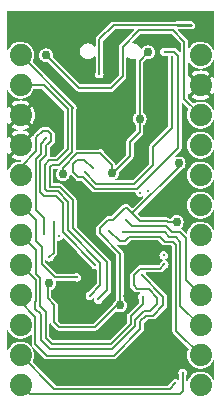
<source format=gbr>
%TF.GenerationSoftware,KiCad,Pcbnew,8.0.4*%
%TF.CreationDate,2024-10-20T10:17:19-04:00*%
%TF.ProjectId,ABSIS_Pro_Micro,41425349-535f-4507-926f-5f4d6963726f,rev?*%
%TF.SameCoordinates,Original*%
%TF.FileFunction,Copper,L2,Bot*%
%TF.FilePolarity,Positive*%
%FSLAX46Y46*%
G04 Gerber Fmt 4.6, Leading zero omitted, Abs format (unit mm)*
G04 Created by KiCad (PCBNEW 8.0.4) date 2024-10-20 10:17:19*
%MOMM*%
%LPD*%
G01*
G04 APERTURE LIST*
%TA.AperFunction,ComponentPad*%
%ADD10C,1.879600*%
%TD*%
%TA.AperFunction,ViaPad*%
%ADD11C,0.300000*%
%TD*%
%TA.AperFunction,ViaPad*%
%ADD12C,0.762000*%
%TD*%
%TA.AperFunction,Conductor*%
%ADD13C,0.203200*%
%TD*%
%TA.AperFunction,Conductor*%
%ADD14C,0.200000*%
%TD*%
%TA.AperFunction,Conductor*%
%ADD15C,0.250000*%
%TD*%
G04 APERTURE END LIST*
D10*
%TO.P,JP2,1,1*%
%TO.N,/RAW*%
X156121100Y-92303600D03*
%TO.P,JP2,2,2*%
%TO.N,GND*%
X156121100Y-94843600D03*
%TO.P,JP2,3,3*%
%TO.N,/RESET*%
X156121100Y-97383600D03*
%TO.P,JP2,4,4*%
%TO.N,+5V*%
X156121100Y-99923600D03*
%TO.P,JP2,5,5*%
%TO.N,/A3*%
X156121100Y-102463600D03*
%TO.P,JP2,6,6*%
%TO.N,/A2*%
X156121100Y-105003600D03*
%TO.P,JP2,7,7*%
%TO.N,/A1*%
X156121100Y-107543600D03*
%TO.P,JP2,8,8*%
%TO.N,/A0*%
X156121100Y-110083600D03*
%TO.P,JP2,9,9*%
%TO.N,/SCK*%
X156121100Y-112623600D03*
%TO.P,JP2,10,10*%
%TO.N,/MISO*%
X156121100Y-115163600D03*
%TO.P,JP2,11,11*%
%TO.N,/MOSI*%
X156121100Y-117703600D03*
%TO.P,JP2,12,12*%
%TO.N,/D10*%
X156121100Y-120243600D03*
%TD*%
%TO.P,JP1,1,1*%
%TO.N,/D9*%
X140881100Y-120243600D03*
%TO.P,JP1,2,2*%
%TO.N,/D8*%
X140881100Y-117703600D03*
%TO.P,JP1,3,3*%
%TO.N,/D7*%
X140881100Y-115163600D03*
%TO.P,JP1,4,4*%
%TO.N,/D6*%
X140881100Y-112623600D03*
%TO.P,JP1,5,5*%
%TO.N,/D5*%
X140881100Y-110083600D03*
%TO.P,JP1,6,6*%
%TO.N,/D4*%
X140881100Y-107543600D03*
%TO.P,JP1,7,7*%
%TO.N,/D3*%
X140881100Y-105003600D03*
%TO.P,JP1,8,8*%
%TO.N,/D2*%
X140881100Y-102463600D03*
%TO.P,JP1,9,9*%
%TO.N,GND*%
X140881100Y-99923600D03*
%TO.P,JP1,10,10*%
X140881100Y-97383600D03*
%TO.P,JP1,11,11*%
%TO.N,/RXI*%
X140881100Y-94843600D03*
%TO.P,JP1,12,12*%
%TO.N,/TXO*%
X140881100Y-92303600D03*
%TD*%
D11*
%TO.N,GND*%
X155008578Y-98661219D03*
X151310000Y-99610000D03*
X145618200Y-91211400D03*
X146090000Y-119520000D03*
X142830000Y-96180000D03*
X151720000Y-115070000D03*
X154760000Y-97200000D03*
X148230000Y-97420000D03*
X142790000Y-89580000D03*
X149160000Y-114480000D03*
X145190000Y-118380000D03*
X139979400Y-91109800D03*
X145170000Y-114550000D03*
X148480000Y-104500000D03*
X149600000Y-119360000D03*
X148666200Y-109397800D03*
X148030000Y-105090000D03*
X150520400Y-89001600D03*
X148107400Y-108813600D03*
X146440000Y-89380000D03*
X153570000Y-110270000D03*
X148760000Y-112250000D03*
X148700000Y-118390000D03*
X149670000Y-112670000D03*
X145610000Y-95850000D03*
X151420000Y-119340000D03*
X153460000Y-105650000D03*
X142880000Y-97220000D03*
X153370000Y-108900000D03*
X150500000Y-102000000D03*
X145400000Y-119310000D03*
X155371800Y-90678000D03*
X146510000Y-90450000D03*
X147800000Y-115750000D03*
X144068800Y-111860000D03*
X142850000Y-96720000D03*
X146278600Y-114782600D03*
X147450000Y-105590000D03*
X148220000Y-95620000D03*
X154510000Y-102830000D03*
X148767800Y-110413800D03*
X155600400Y-88950800D03*
X142870000Y-97800000D03*
X147091400Y-92938600D03*
X145980000Y-99790000D03*
X143090000Y-118500000D03*
D12*
%TO.N,/RESET*%
X143040100Y-92303600D03*
D11*
%TO.N,/MOSI*%
X148374100Y-107162600D03*
%TO.N,/MISO*%
X149567900Y-107264200D03*
%TO.N,/SCK*%
X149771100Y-106273600D03*
%TO.N,/TXO*%
X147465147Y-112984853D03*
%TO.N,/RXI*%
X146742541Y-112649436D03*
%TO.N,/D2*%
X147194998Y-110075642D03*
%TO.N,/D3*%
X145633446Y-111107216D03*
%TO.N,/D4*%
X151208740Y-112753141D03*
%TO.N,/D5*%
X153063981Y-110013981D03*
%TO.N,/D6*%
X151168100Y-110917707D03*
%TO.N,/D7*%
X142841978Y-107430000D03*
X143070000Y-99350000D03*
%TO.N,/D8*%
X154000200Y-120080000D03*
%TO.N,/D9*%
X154610150Y-119189850D03*
%TO.N,/A5*%
X151012235Y-103945766D03*
%TO.N,/A4*%
X151653277Y-103784159D03*
%TO.N,/D13*%
X153000000Y-109240000D03*
%TO.N,/D14*%
X143675100Y-106400000D03*
X143327115Y-109410500D03*
%TO.N,/D+*%
X153708100Y-92430000D03*
X146319096Y-102213389D03*
%TO.N,/D-*%
X146999959Y-101866704D03*
X153070000Y-92020000D03*
D12*
%TO.N,+5V*%
X150964900Y-97688400D03*
X148623021Y-102280719D03*
X144452340Y-102389941D03*
X151676100Y-92049600D03*
X143306800Y-111617760D03*
X149299931Y-113491007D03*
X154096718Y-106433619D03*
X154264362Y-101455222D03*
D11*
X147609981Y-100609438D03*
%TO.N,Net-(C1-+)*%
X147548600Y-93903800D03*
X155295600Y-89763600D03*
%TO.N,/D11*%
X144120000Y-107640000D03*
%TD*%
D13*
%TO.N,/RESET*%
X150914100Y-90195400D02*
X153758900Y-90195400D01*
X149542500Y-94081600D02*
X149542500Y-91567000D01*
X148551900Y-95072200D02*
X149542500Y-94081600D01*
X149542500Y-91567000D02*
X150914100Y-90195400D01*
X154762200Y-91198700D02*
X154762200Y-96024700D01*
X154762200Y-96024700D02*
X156121100Y-97383600D01*
X153758900Y-90195400D02*
X154762200Y-91198700D01*
X145808700Y-95072200D02*
X148551900Y-95072200D01*
X143040100Y-92303600D02*
X145808700Y-95072200D01*
%TO.N,/RAW*%
X156121100Y-91795600D02*
X156121100Y-92303600D01*
%TO.N,/MOSI*%
X149263100Y-108051600D02*
X149720300Y-108051600D01*
X154038300Y-109728000D02*
X154038300Y-115620800D01*
X154012900Y-108331000D02*
X154012900Y-109702600D01*
X153784300Y-108102400D02*
X154012900Y-108331000D01*
X153123900Y-108102400D02*
X153784300Y-108102400D01*
X154038300Y-115620800D02*
X156121100Y-117703600D01*
X148374100Y-107162600D02*
X149263100Y-108051600D01*
X152692100Y-107670600D02*
X153123900Y-108102400D01*
X150101300Y-107670600D02*
X152692100Y-107670600D01*
X154012900Y-109702600D02*
X154038300Y-109728000D01*
X149720300Y-108051600D02*
X150101300Y-107670600D01*
%TO.N,/MISO*%
X153073100Y-107289600D02*
X153479500Y-107696000D01*
X149593300Y-107289600D02*
X149567900Y-107264200D01*
X156044900Y-115163600D02*
X156121100Y-115163600D01*
X154419300Y-113538000D02*
X156044900Y-115163600D01*
X153479500Y-107696000D02*
X154012900Y-107696000D01*
X154012900Y-107696000D02*
X154419300Y-108102400D01*
X154419300Y-108102400D02*
X154419300Y-113538000D01*
X153073100Y-107289600D02*
X149593300Y-107289600D01*
%TO.N,/SCK*%
X149771100Y-106273600D02*
X150279100Y-106781600D01*
X154343100Y-107289600D02*
X154851100Y-107797600D01*
X153708100Y-107289600D02*
X154343100Y-107289600D01*
X153200100Y-106781600D02*
X153708100Y-107289600D01*
X154851100Y-111353600D02*
X156121100Y-112623600D01*
X150279100Y-106781600D02*
X153200100Y-106781600D01*
X154851100Y-107797600D02*
X154851100Y-111353600D01*
%TO.N,/TXO*%
X145326100Y-106946700D02*
X145326100Y-104576882D01*
X143334740Y-103385619D02*
X143334740Y-101795579D01*
X148229318Y-109849919D02*
X145326100Y-106946700D01*
X144139921Y-101597460D02*
X145277840Y-100459541D01*
X145326100Y-96748600D02*
X140881100Y-92303600D01*
X143334740Y-101795579D02*
X143532859Y-101597460D01*
X145277840Y-100459541D02*
X145277840Y-96796860D01*
X143400781Y-103451660D02*
X143334740Y-103385619D01*
X144200878Y-103451660D02*
X143400781Y-103451660D01*
X147465147Y-112984853D02*
X148229318Y-112220682D01*
X143532859Y-101597460D02*
X144139921Y-101597460D01*
X148229318Y-112220682D02*
X148229318Y-109849919D01*
X145277840Y-96796860D02*
X145326100Y-96748600D01*
X145326100Y-104576882D02*
X144200878Y-103451660D01*
%TO.N,/RXI*%
X142844518Y-94843600D02*
X140881100Y-94843600D01*
X142930878Y-103642160D02*
X143129000Y-103840282D01*
X143972281Y-101196141D02*
X144884140Y-100284282D01*
X143327118Y-101206300D02*
X142930878Y-101602541D01*
X142930878Y-103642160D02*
X142930878Y-101602541D01*
X144884140Y-96883222D02*
X142844518Y-94843600D01*
X143327118Y-101196141D02*
X143327118Y-101206300D01*
X143327118Y-101196141D02*
X143972281Y-101196141D01*
X144884140Y-96883222D02*
X144884140Y-100284282D01*
X143129000Y-103840282D02*
X143118840Y-103840282D01*
X147640040Y-109913419D02*
X144868900Y-107142279D01*
X146742541Y-112649436D02*
X147640040Y-111751937D01*
X144868900Y-107142279D02*
X144868900Y-104696263D01*
X147640040Y-111751937D02*
X147640040Y-109913419D01*
X144868900Y-104696263D02*
X144012918Y-103840282D01*
X144012918Y-103840282D02*
X143129000Y-103840282D01*
%TO.N,/D2*%
X143179416Y-99779400D02*
X143247864Y-99779400D01*
X142887700Y-104228900D02*
X142544800Y-103886000D01*
X143052800Y-99906016D02*
X143179416Y-99779400D01*
X142544800Y-101295200D02*
X143052800Y-100787200D01*
X142227300Y-100403660D02*
X140881100Y-101749860D01*
X142227300Y-99242700D02*
X142227300Y-100403660D01*
X142544800Y-103886000D02*
X142544800Y-101295200D01*
X143845281Y-104228900D02*
X142887700Y-104228900D01*
X147194998Y-110047498D02*
X144437100Y-107289600D01*
X143228800Y-98720000D02*
X142750000Y-98720000D01*
X142750000Y-98720000D02*
X142227300Y-99242700D01*
X144437100Y-104820719D02*
X143845281Y-104228900D01*
X144437100Y-107289600D02*
X144437100Y-104820719D01*
X143499400Y-99527864D02*
X143499400Y-98990600D01*
X147194998Y-110075642D02*
X147194998Y-110047498D01*
X143499400Y-98990600D02*
X143228800Y-98720000D01*
X140881100Y-101749860D02*
X140881100Y-102463600D01*
X143052800Y-100787200D02*
X143052800Y-99906016D01*
X143247864Y-99779400D02*
X143499400Y-99527864D01*
%TO.N,/D3*%
X142659100Y-109956600D02*
X142659100Y-108559600D01*
X143809716Y-111107216D02*
X142659100Y-109956600D01*
X145633446Y-111107216D02*
X143809716Y-111107216D01*
X142151100Y-108051600D02*
X142151100Y-106273600D01*
X142659100Y-108559600D02*
X142151100Y-108051600D01*
X142151100Y-106273600D02*
X140881100Y-105003600D01*
%TO.N,/D4*%
X150195281Y-114409219D02*
X150195281Y-115067082D01*
X148539203Y-116723160D02*
X143502381Y-116723160D01*
X143027400Y-116248179D02*
X143027400Y-114061241D01*
X151208740Y-112753141D02*
X151208740Y-113395760D01*
X142151100Y-108813600D02*
X140881100Y-107543600D01*
X143027400Y-114061241D02*
X142532100Y-113565941D01*
X150195281Y-115067082D02*
X148539203Y-116723160D01*
X142532100Y-113565941D02*
X142532100Y-111175800D01*
X151208740Y-113395760D02*
X150195281Y-114409219D01*
X142532100Y-111175800D02*
X142151100Y-110794800D01*
X143502381Y-116723160D02*
X143027400Y-116248179D01*
X142151100Y-110794800D02*
X142151100Y-108813600D01*
D14*
%TO.N,/D5*%
X153063981Y-110013981D02*
X152697180Y-110380782D01*
X152471118Y-112819182D02*
X152471118Y-113352582D01*
X142107918Y-113174782D02*
X142151100Y-113131600D01*
X142151100Y-111353600D02*
X140881100Y-110083600D01*
X150456900Y-110947200D02*
X150456900Y-111785400D01*
X142605759Y-114246660D02*
X142107918Y-113748819D01*
X142107918Y-113748819D02*
X142107918Y-113174782D01*
X143370300Y-117210841D02*
X142605759Y-116446300D01*
X151721818Y-112069882D02*
X152471118Y-112819182D01*
X152697180Y-110380782D02*
X151023318Y-110380782D01*
X150624540Y-114655600D02*
X150609300Y-114655600D01*
X148666200Y-117210841D02*
X143370300Y-117210841D01*
X151861518Y-113962182D02*
X151317959Y-113962182D01*
X150741381Y-112069882D02*
X151721818Y-112069882D01*
X151023318Y-110380782D02*
X150456900Y-110947200D01*
X142151100Y-113131600D02*
X142151100Y-111353600D01*
X151317959Y-113962182D02*
X150624540Y-114655600D01*
X150609300Y-114655600D02*
X150609300Y-115267741D01*
X152471118Y-113352582D02*
X151861518Y-113962182D01*
X150456900Y-111785400D02*
X150741381Y-112069882D01*
X142605759Y-116446300D02*
X142605759Y-114246660D01*
X150609300Y-115267741D02*
X148666200Y-117210841D01*
D13*
%TO.N,/D6*%
X151483059Y-114366041D02*
X151023318Y-114825782D01*
X142123159Y-114442241D02*
X140881100Y-113200182D01*
X151168100Y-110917707D02*
X152984200Y-112733807D01*
X151023318Y-115493800D02*
X148780500Y-117736619D01*
X143144240Y-117736619D02*
X142123159Y-116715538D01*
X140881100Y-113200182D02*
X140881100Y-112623600D01*
X152105359Y-114366041D02*
X151483059Y-114366041D01*
X148780500Y-117736619D02*
X143144240Y-117736619D01*
X152984200Y-112733807D02*
X152984200Y-113487200D01*
X142123159Y-116715538D02*
X142123159Y-114442241D01*
X151023318Y-114825782D02*
X151023318Y-115493800D01*
X152984200Y-113487200D02*
X152105359Y-114366041D01*
%TO.N,/D7*%
X142608300Y-99811700D02*
X142608300Y-100624641D01*
X143070000Y-99350000D02*
X142608300Y-99811700D01*
X142841978Y-106075478D02*
X142841978Y-107430000D01*
X142608300Y-100624641D02*
X142151100Y-101081841D01*
X142151100Y-105384600D02*
X142841978Y-106075478D01*
X142151100Y-101081841D02*
X142151100Y-105384600D01*
%TO.N,/D8*%
X143751300Y-120573800D02*
X140881100Y-117703600D01*
X154000200Y-120080000D02*
X153506400Y-120573800D01*
X153506400Y-120573800D02*
X143751300Y-120573800D01*
D14*
%TO.N,/D9*%
X154610150Y-119189850D02*
X154610150Y-120763950D01*
X154610150Y-120763950D02*
X154368500Y-121005600D01*
X154368500Y-121005600D02*
X141643100Y-121005600D01*
X141643100Y-121005600D02*
X140881100Y-120243600D01*
D13*
%TO.N,/D14*%
X143675100Y-106400000D02*
X143675100Y-109062515D01*
X143675100Y-109062515D02*
X143327115Y-109410500D01*
%TO.N,/D+*%
X150525481Y-103174800D02*
X150525481Y-103190041D01*
X153708100Y-98427541D02*
X152062181Y-100073460D01*
X152062181Y-100073460D02*
X152062181Y-101638100D01*
X152062181Y-101638100D02*
X150525481Y-103174800D01*
X153708100Y-92430000D02*
X153708100Y-98427541D01*
X146320823Y-102213389D02*
X146319096Y-102213389D01*
X150525481Y-103190041D02*
X147297475Y-103190041D01*
X147297475Y-103190041D02*
X146320823Y-102213389D01*
%TO.N,/D-*%
X153089400Y-92000600D02*
X153885964Y-92000600D01*
X145681700Y-101158041D02*
X145331181Y-101508560D01*
X154216100Y-100136960D02*
X150736300Y-103616760D01*
X145785840Y-102631241D02*
X145331181Y-102176582D01*
X154216100Y-92330736D02*
X154216100Y-100136960D01*
X146192240Y-102623622D02*
X145793459Y-102623622D01*
X153885964Y-92000600D02*
X154216100Y-92330736D01*
X146999959Y-101866704D02*
X146291296Y-101158041D01*
X147185378Y-103616760D02*
X146192240Y-102623622D01*
D14*
X145331181Y-102176582D02*
X145331181Y-101508560D01*
D13*
X153070000Y-92020000D02*
X153089400Y-92000600D01*
X145793459Y-102623622D02*
X145785840Y-102631241D01*
X146291296Y-101158041D02*
X145681700Y-101158041D01*
X150736300Y-103616760D02*
X147185378Y-103616760D01*
%TO.N,+5V*%
X150964900Y-92760800D02*
X151676100Y-92049600D01*
X150964900Y-98808541D02*
X150149559Y-99623882D01*
X151041100Y-97612200D02*
X150964900Y-97688400D01*
X150149559Y-100863400D02*
X148732240Y-102280719D01*
X150964900Y-97688400D02*
X150964900Y-92760800D01*
X150964900Y-97688400D02*
X150964900Y-98808541D01*
X150149559Y-99623882D02*
X150149559Y-100863400D01*
X148732240Y-102280719D02*
X148623021Y-102280719D01*
X154096718Y-106433619D02*
X153365200Y-106433619D01*
X153365200Y-106433619D02*
X153276300Y-106344719D01*
X153276300Y-106344719D02*
X150985218Y-106344719D01*
X144155159Y-115323619D02*
X143725900Y-114894360D01*
X143725900Y-113441482D02*
X143167100Y-112882682D01*
X143167100Y-112882682D02*
X143167100Y-111757460D01*
X143725900Y-114894360D02*
X143725900Y-113441482D01*
X143167100Y-111757460D02*
X143306800Y-111617760D01*
X150985218Y-106344719D02*
X150342600Y-105702100D01*
X149870159Y-105229660D02*
X149692362Y-105229660D01*
X147581618Y-106961941D02*
X147581618Y-107375960D01*
X154264362Y-101455222D02*
X154264362Y-101780338D01*
X147581618Y-107375960D02*
X149308818Y-109103160D01*
X149017993Y-113491007D02*
X149299931Y-113491007D01*
X149308818Y-113482119D02*
X149308818Y-113482119D01*
X149308818Y-113482119D02*
X149299931Y-113491007D01*
X154264362Y-101780338D02*
X150342600Y-105702100D01*
X150342600Y-105702100D02*
X149870159Y-105229660D01*
X148694140Y-106227882D02*
X148315678Y-106227882D01*
X148315678Y-106227882D02*
X147581618Y-106961941D01*
X144155159Y-115323619D02*
X147185381Y-115323619D01*
X149308818Y-109103160D02*
X149308818Y-113482119D01*
X149692362Y-105229660D02*
X148694140Y-106227882D01*
X147185381Y-115323619D02*
X149017993Y-113491007D01*
X144452340Y-102389941D02*
X144452340Y-101831141D01*
X144452340Y-101831141D02*
X145674043Y-100609438D01*
X148623021Y-101622478D02*
X148623021Y-102280719D01*
X147609981Y-100609438D02*
X148623021Y-101622478D01*
X145674043Y-100609438D02*
X147609981Y-100609438D01*
%TO.N,Net-(C1-+)*%
X148755100Y-89763600D02*
X154089100Y-89763600D01*
X148755100Y-89763600D02*
X147548600Y-90970100D01*
X147548600Y-90970100D02*
X147548600Y-93903800D01*
D15*
X154089100Y-89763600D02*
X155295600Y-89763600D01*
%TD*%
%TA.AperFunction,Conductor*%
%TO.N,GND*%
G36*
X152583947Y-107994206D02*
G01*
X152936435Y-108346695D01*
X152936444Y-108346702D01*
X153006050Y-108386890D01*
X153006054Y-108386891D01*
X153006058Y-108386894D01*
X153006061Y-108386894D01*
X153006064Y-108386896D01*
X153016461Y-108389681D01*
X153026864Y-108392468D01*
X153083707Y-108407700D01*
X153631953Y-108407700D01*
X153676147Y-108426006D01*
X153689294Y-108439153D01*
X153707600Y-108483347D01*
X153707600Y-109742798D01*
X153723785Y-109803195D01*
X153723785Y-109803196D01*
X153729466Y-109824397D01*
X153729125Y-109824488D01*
X153733000Y-109843963D01*
X153733000Y-115660991D01*
X153733001Y-115660999D01*
X153753659Y-115738096D01*
X153753660Y-115738096D01*
X153753661Y-115738100D01*
X153753806Y-115738641D01*
X153770845Y-115768154D01*
X153794001Y-115808260D01*
X153794004Y-115808264D01*
X155092992Y-117107252D01*
X155111298Y-117151446D01*
X155104746Y-117179304D01*
X155050251Y-117288746D01*
X154992255Y-117492577D01*
X154992253Y-117492589D01*
X154972701Y-117703595D01*
X154972701Y-117703604D01*
X154992253Y-117914610D01*
X154992255Y-117914622D01*
X155028475Y-118041919D01*
X155050250Y-118118450D01*
X155144711Y-118308154D01*
X155272423Y-118477271D01*
X155429034Y-118620041D01*
X155429033Y-118620041D01*
X155609211Y-118731603D01*
X155609213Y-118731604D01*
X155609215Y-118731605D01*
X155806826Y-118808160D01*
X156015139Y-118847100D01*
X156015142Y-118847100D01*
X156227058Y-118847100D01*
X156227061Y-118847100D01*
X156435374Y-118808160D01*
X156632985Y-118731605D01*
X156813165Y-118620042D01*
X156969777Y-118477271D01*
X157097489Y-118308154D01*
X157170552Y-118161422D01*
X157206638Y-118130021D01*
X157254358Y-118133333D01*
X157285760Y-118169419D01*
X157289000Y-118189281D01*
X157289000Y-119757918D01*
X157270694Y-119802112D01*
X157226500Y-119820418D01*
X157182306Y-119802112D01*
X157170552Y-119785777D01*
X157146360Y-119737193D01*
X157097489Y-119639046D01*
X156969777Y-119469929D01*
X156813165Y-119327158D01*
X156813166Y-119327158D01*
X156632988Y-119215596D01*
X156632986Y-119215595D01*
X156551282Y-119183943D01*
X156435374Y-119139040D01*
X156435371Y-119139039D01*
X156435370Y-119139039D01*
X156227065Y-119100100D01*
X156227061Y-119100100D01*
X156015139Y-119100100D01*
X156015134Y-119100100D01*
X155806829Y-119139039D01*
X155609213Y-119215595D01*
X155609211Y-119215596D01*
X155429033Y-119327158D01*
X155272421Y-119469931D01*
X155272419Y-119469933D01*
X155144711Y-119639046D01*
X155050250Y-119828749D01*
X155036464Y-119877203D01*
X155006763Y-119914701D01*
X154959246Y-119920213D01*
X154921748Y-119890512D01*
X154913850Y-119860099D01*
X154913850Y-119387901D01*
X154920662Y-119359526D01*
X154950731Y-119300513D01*
X154950732Y-119300512D01*
X154968259Y-119189850D01*
X154950732Y-119079188D01*
X154899866Y-118979359D01*
X154820641Y-118900134D01*
X154720812Y-118849268D01*
X154610150Y-118831741D01*
X154499487Y-118849268D01*
X154499486Y-118849268D01*
X154399658Y-118900134D01*
X154320434Y-118979358D01*
X154269568Y-119079186D01*
X154269568Y-119079187D01*
X154252041Y-119189850D01*
X154269568Y-119300512D01*
X154269568Y-119300513D01*
X154299638Y-119359526D01*
X154306450Y-119387901D01*
X154306450Y-119737193D01*
X154288144Y-119781387D01*
X154243950Y-119799693D01*
X154216031Y-119790636D01*
X154215073Y-119792517D01*
X154201845Y-119785777D01*
X154110862Y-119739418D01*
X154000200Y-119721891D01*
X153889537Y-119739418D01*
X153889536Y-119739418D01*
X153789708Y-119790284D01*
X153710484Y-119869508D01*
X153659617Y-119969339D01*
X153659127Y-119972435D01*
X153641591Y-120006848D01*
X153398247Y-120250194D01*
X153354053Y-120268500D01*
X143903648Y-120268500D01*
X143859454Y-120250194D01*
X141909206Y-118299947D01*
X141890900Y-118255753D01*
X141897453Y-118227894D01*
X141951947Y-118118457D01*
X141951947Y-118118455D01*
X141951950Y-118118450D01*
X142009945Y-117914618D01*
X142029499Y-117703600D01*
X142009945Y-117492582D01*
X141951950Y-117288750D01*
X141857489Y-117099046D01*
X141729777Y-116929929D01*
X141573165Y-116787158D01*
X141573166Y-116787158D01*
X141392988Y-116675596D01*
X141392986Y-116675595D01*
X141311282Y-116643943D01*
X141195374Y-116599040D01*
X141195371Y-116599039D01*
X141195370Y-116599039D01*
X140987065Y-116560100D01*
X140987061Y-116560100D01*
X140775139Y-116560100D01*
X140775134Y-116560100D01*
X140566829Y-116599039D01*
X140369213Y-116675595D01*
X140369211Y-116675596D01*
X140189033Y-116787158D01*
X140032421Y-116929931D01*
X140032419Y-116929933D01*
X139904711Y-117099046D01*
X139831648Y-117245777D01*
X139795562Y-117277178D01*
X139747841Y-117273866D01*
X139716440Y-117237780D01*
X139713200Y-117217918D01*
X139713200Y-115649281D01*
X139731506Y-115605087D01*
X139775700Y-115586781D01*
X139819894Y-115605087D01*
X139831647Y-115621422D01*
X139835629Y-115629419D01*
X139904708Y-115768149D01*
X139904709Y-115768151D01*
X139904711Y-115768154D01*
X140032423Y-115937271D01*
X140189034Y-116080041D01*
X140189033Y-116080041D01*
X140369211Y-116191603D01*
X140369213Y-116191604D01*
X140369215Y-116191605D01*
X140566826Y-116268160D01*
X140775139Y-116307100D01*
X140775142Y-116307100D01*
X140987058Y-116307100D01*
X140987061Y-116307100D01*
X141195374Y-116268160D01*
X141392985Y-116191605D01*
X141573165Y-116080042D01*
X141713254Y-115952333D01*
X141758245Y-115936089D01*
X141801547Y-115956416D01*
X141817859Y-115998522D01*
X141817859Y-116755735D01*
X141838664Y-116833376D01*
X141838664Y-116833378D01*
X141878860Y-116902998D01*
X141878863Y-116903002D01*
X142956781Y-117980920D01*
X143026395Y-118021111D01*
X143026396Y-118021111D01*
X143026399Y-118021113D01*
X143073916Y-118033845D01*
X143104042Y-118041918D01*
X143104044Y-118041918D01*
X143104047Y-118041919D01*
X143104049Y-118041919D01*
X148820690Y-118041919D01*
X148820693Y-118041919D01*
X148881932Y-118025509D01*
X148881932Y-118025510D01*
X148881936Y-118025507D01*
X148898342Y-118021113D01*
X148967959Y-117980919D01*
X151267618Y-115681259D01*
X151307812Y-115611642D01*
X151316128Y-115580607D01*
X151328618Y-115533993D01*
X151328618Y-114978129D01*
X151346924Y-114933935D01*
X151591212Y-114689647D01*
X151635406Y-114671341D01*
X152145550Y-114671341D01*
X152145552Y-114671341D01*
X152223200Y-114650535D01*
X152235768Y-114643278D01*
X152244351Y-114638324D01*
X152279343Y-114618121D01*
X152292818Y-114610341D01*
X153228501Y-113674659D01*
X153268694Y-113605041D01*
X153274541Y-113583219D01*
X153286111Y-113540041D01*
X153289499Y-113527398D01*
X153289500Y-113527392D01*
X153289500Y-112693615D01*
X153289499Y-112693609D01*
X153270824Y-112623915D01*
X153270823Y-112623911D01*
X153270823Y-112623912D01*
X153268694Y-112615966D01*
X153268694Y-112615965D01*
X153228500Y-112546348D01*
X153228498Y-112546346D01*
X153228495Y-112546342D01*
X151526708Y-110844556D01*
X151509171Y-110810138D01*
X151508682Y-110807045D01*
X151492534Y-110775354D01*
X151488782Y-110727669D01*
X151519848Y-110691294D01*
X151548223Y-110684482D01*
X152737162Y-110684482D01*
X152737163Y-110684482D01*
X152814404Y-110663786D01*
X152883656Y-110623803D01*
X153134444Y-110373013D01*
X153168859Y-110355478D01*
X153174643Y-110354563D01*
X153274472Y-110303697D01*
X153353697Y-110224472D01*
X153404563Y-110124643D01*
X153422090Y-110013981D01*
X153404563Y-109903319D01*
X153353697Y-109803490D01*
X153274472Y-109724265D01*
X153222238Y-109697650D01*
X153174644Y-109673399D01*
X153169966Y-109671880D01*
X153170601Y-109669922D01*
X153136057Y-109648740D01*
X153124903Y-109602224D01*
X153149909Y-109561444D01*
X153158248Y-109556335D01*
X153210491Y-109529716D01*
X153289716Y-109450491D01*
X153340582Y-109350662D01*
X153358109Y-109240000D01*
X153340582Y-109129338D01*
X153289716Y-109029509D01*
X153210491Y-108950284D01*
X153110662Y-108899418D01*
X153000000Y-108881891D01*
X152889337Y-108899418D01*
X152889336Y-108899418D01*
X152789508Y-108950284D01*
X152710284Y-109029508D01*
X152659418Y-109129336D01*
X152659418Y-109129337D01*
X152641891Y-109240000D01*
X152659418Y-109350662D01*
X152659418Y-109350663D01*
X152689907Y-109410500D01*
X152710284Y-109450491D01*
X152789509Y-109529716D01*
X152889338Y-109580582D01*
X152889340Y-109580582D01*
X152894015Y-109582101D01*
X152893377Y-109584062D01*
X152927911Y-109605224D01*
X152939080Y-109651737D01*
X152914087Y-109692524D01*
X152905724Y-109697650D01*
X152853489Y-109724265D01*
X152774265Y-109803489D01*
X152723398Y-109903320D01*
X152722482Y-109909105D01*
X152704946Y-109943517D01*
X152589688Y-110058776D01*
X152545496Y-110077082D01*
X151063301Y-110077082D01*
X150983335Y-110077082D01*
X150983334Y-110077082D01*
X150983328Y-110077083D01*
X150906097Y-110097776D01*
X150906088Y-110097780D01*
X150836845Y-110137758D01*
X150836836Y-110137765D01*
X150405322Y-110569281D01*
X150270424Y-110704179D01*
X150246934Y-110727669D01*
X150213879Y-110760723D01*
X150213876Y-110760727D01*
X150173898Y-110829970D01*
X150173894Y-110829979D01*
X150153201Y-110907210D01*
X150153200Y-110907218D01*
X150153200Y-111825381D01*
X150153201Y-111825389D01*
X150173894Y-111902620D01*
X150173898Y-111902629D01*
X150213876Y-111971872D01*
X150213883Y-111971881D01*
X150554899Y-112312898D01*
X150554908Y-112312905D01*
X150624151Y-112352883D01*
X150624154Y-112352884D01*
X150624157Y-112352886D01*
X150624158Y-112352886D01*
X150624160Y-112352887D01*
X150701389Y-112373580D01*
X150701391Y-112373580D01*
X150701397Y-112373582D01*
X150781364Y-112373583D01*
X150781368Y-112373582D01*
X150937204Y-112373582D01*
X150981398Y-112391888D01*
X150999704Y-112436082D01*
X150981398Y-112480276D01*
X150919024Y-112542649D01*
X150868158Y-112642477D01*
X150868158Y-112642478D01*
X150850631Y-112753141D01*
X150868158Y-112863803D01*
X150868158Y-112863804D01*
X150896628Y-112919677D01*
X150903440Y-112948052D01*
X150903440Y-113243413D01*
X150885134Y-113287607D01*
X149950981Y-114221759D01*
X149931916Y-114254782D01*
X149931915Y-114254782D01*
X149910789Y-114291372D01*
X149910787Y-114291377D01*
X149889981Y-114369021D01*
X149889981Y-114914735D01*
X149871675Y-114958929D01*
X148431050Y-116399554D01*
X148386856Y-116417860D01*
X143654729Y-116417860D01*
X143610535Y-116399554D01*
X143351006Y-116140025D01*
X143332700Y-116095831D01*
X143332700Y-115057169D01*
X143351006Y-115012975D01*
X143395200Y-114994669D01*
X143439394Y-115012975D01*
X143449323Y-115025914D01*
X143476881Y-115073646D01*
X143481601Y-115081821D01*
X143967700Y-115567920D01*
X144037314Y-115608111D01*
X144037315Y-115608111D01*
X144037318Y-115608113D01*
X144084835Y-115620845D01*
X144114961Y-115628918D01*
X144114963Y-115628918D01*
X144114966Y-115628919D01*
X144114968Y-115628919D01*
X147225572Y-115628919D01*
X147225574Y-115628919D01*
X147303222Y-115608113D01*
X147372840Y-115567919D01*
X148929279Y-114011479D01*
X148973472Y-113993174D01*
X149001106Y-114000577D01*
X149001274Y-114000173D01*
X149004345Y-114001445D01*
X149004718Y-114001545D01*
X149005052Y-114001738D01*
X149005056Y-114001739D01*
X149005058Y-114001741D01*
X149147294Y-114060657D01*
X149147298Y-114060657D01*
X149147300Y-114060658D01*
X149299929Y-114080752D01*
X149299931Y-114080752D01*
X149299933Y-114080752D01*
X149452561Y-114060658D01*
X149452561Y-114060657D01*
X149452568Y-114060657D01*
X149594804Y-114001741D01*
X149716944Y-113908020D01*
X149810665Y-113785880D01*
X149869581Y-113643644D01*
X149877536Y-113583219D01*
X149889676Y-113491008D01*
X149889676Y-113491005D01*
X149869582Y-113338376D01*
X149869581Y-113338374D01*
X149869581Y-113338370D01*
X149810665Y-113196135D01*
X149716944Y-113073994D01*
X149716942Y-113073992D01*
X149716941Y-113073991D01*
X149638570Y-113013854D01*
X149614653Y-112972428D01*
X149614118Y-112964270D01*
X149614118Y-109062968D01*
X149614117Y-109062962D01*
X149605153Y-109029508D01*
X149593312Y-108985319D01*
X149587784Y-108975744D01*
X149553119Y-108915701D01*
X149074247Y-108436829D01*
X149055941Y-108392635D01*
X149074247Y-108348441D01*
X149118441Y-108330135D01*
X149142359Y-108334892D01*
X149145252Y-108336090D01*
X149145259Y-108336094D01*
X149184083Y-108346497D01*
X149222902Y-108356899D01*
X149222904Y-108356899D01*
X149222907Y-108356900D01*
X149222909Y-108356900D01*
X149760491Y-108356900D01*
X149760493Y-108356900D01*
X149838141Y-108336094D01*
X149838144Y-108336092D01*
X149838145Y-108336092D01*
X149848843Y-108329915D01*
X149874157Y-108315300D01*
X149907759Y-108295900D01*
X150209453Y-107994206D01*
X150253647Y-107975900D01*
X152539753Y-107975900D01*
X152583947Y-107994206D01*
G37*
%TD.AperFunction*%
%TA.AperFunction,Conductor*%
G36*
X144006626Y-101921066D02*
G01*
X144024932Y-101965260D01*
X144012017Y-102003306D01*
X143970521Y-102057386D01*
X143941604Y-102095072D01*
X143882691Y-102237300D01*
X143882688Y-102237310D01*
X143862595Y-102389939D01*
X143862595Y-102389942D01*
X143882688Y-102542571D01*
X143882689Y-102542574D01*
X143882690Y-102542578D01*
X143941606Y-102684814D01*
X144035327Y-102806954D01*
X144157467Y-102900675D01*
X144299703Y-102959591D01*
X144299707Y-102959591D01*
X144299709Y-102959592D01*
X144452338Y-102979686D01*
X144452340Y-102979686D01*
X144452342Y-102979686D01*
X144604970Y-102959592D01*
X144604970Y-102959591D01*
X144604977Y-102959591D01*
X144747213Y-102900675D01*
X144869353Y-102806954D01*
X144963074Y-102684814D01*
X145021990Y-102542578D01*
X145033767Y-102453124D01*
X145057684Y-102411697D01*
X145103889Y-102399316D01*
X145139926Y-102417087D01*
X145541540Y-102818700D01*
X145598381Y-102875541D01*
X145667999Y-102915735D01*
X145668002Y-102915736D01*
X145715509Y-102928465D01*
X145745647Y-102936540D01*
X145745648Y-102936540D01*
X145826032Y-102936540D01*
X145826033Y-102936540D01*
X145841521Y-102932390D01*
X145846520Y-102931051D01*
X145862695Y-102928922D01*
X146039893Y-102928922D01*
X146084087Y-102947228D01*
X146997913Y-103861055D01*
X146997922Y-103861062D01*
X147067528Y-103901250D01*
X147067532Y-103901251D01*
X147067536Y-103901254D01*
X147067539Y-103901254D01*
X147067542Y-103901256D01*
X147077939Y-103904041D01*
X147088342Y-103906828D01*
X147145185Y-103922060D01*
X150596991Y-103922060D01*
X150641185Y-103940366D01*
X150658721Y-103974783D01*
X150671651Y-104056422D01*
X150671653Y-104056429D01*
X150722519Y-104156257D01*
X150801744Y-104235482D01*
X150901573Y-104286348D01*
X151012235Y-104303875D01*
X151122897Y-104286348D01*
X151186600Y-104253888D01*
X151234288Y-104250135D01*
X151270662Y-104281201D01*
X151274416Y-104328889D01*
X151259169Y-104353770D01*
X150386793Y-105226146D01*
X150342599Y-105244452D01*
X150298405Y-105226146D01*
X150057617Y-104985358D01*
X149988003Y-104945167D01*
X149988001Y-104945166D01*
X149983399Y-104943933D01*
X149970825Y-104940564D01*
X149960746Y-104937863D01*
X149910357Y-104924360D01*
X149910352Y-104924360D01*
X149652169Y-104924360D01*
X149652161Y-104924361D01*
X149599175Y-104938558D01*
X149599176Y-104938559D01*
X149574522Y-104945165D01*
X149574514Y-104945168D01*
X149504906Y-104985357D01*
X149504897Y-104985364D01*
X148585987Y-105904276D01*
X148541793Y-105922582D01*
X148275480Y-105922582D01*
X148197839Y-105943387D01*
X148197833Y-105943389D01*
X148128219Y-105983580D01*
X147337322Y-106774476D01*
X147337315Y-106774485D01*
X147297125Y-106844095D01*
X147297124Y-106844099D01*
X147297124Y-106844100D01*
X147295374Y-106850633D01*
X147294995Y-106852046D01*
X147294994Y-106852045D01*
X147294994Y-106852049D01*
X147276318Y-106921743D01*
X147276318Y-107416158D01*
X147292637Y-107477055D01*
X147292637Y-107477056D01*
X147297123Y-107493800D01*
X147313607Y-107522350D01*
X147335226Y-107559796D01*
X147337319Y-107563420D01*
X147337322Y-107563424D01*
X148985212Y-109211313D01*
X149003518Y-109255507D01*
X149003518Y-112950633D01*
X148985212Y-112994827D01*
X148979070Y-113000214D01*
X148969518Y-113007544D01*
X148882916Y-113073995D01*
X148789195Y-113196138D01*
X148728964Y-113341546D01*
X148715416Y-113361822D01*
X147077228Y-115000013D01*
X147033034Y-115018319D01*
X144307507Y-115018319D01*
X144263313Y-115000013D01*
X144049506Y-114786206D01*
X144031200Y-114742012D01*
X144031200Y-113401290D01*
X144031199Y-113401284D01*
X144010394Y-113323641D01*
X144007181Y-113318076D01*
X143970201Y-113254023D01*
X143490706Y-112774528D01*
X143472400Y-112730334D01*
X143472400Y-112223801D01*
X143490706Y-112179607D01*
X143510980Y-112166059D01*
X143601673Y-112128494D01*
X143723813Y-112034773D01*
X143817534Y-111912633D01*
X143876450Y-111770397D01*
X143891036Y-111659603D01*
X143896545Y-111617761D01*
X143896545Y-111617758D01*
X143878827Y-111483174D01*
X143891208Y-111436968D01*
X143932634Y-111413051D01*
X143940792Y-111412516D01*
X145438534Y-111412516D01*
X145466908Y-111419328D01*
X145522779Y-111447796D01*
X145522781Y-111447796D01*
X145522784Y-111447798D01*
X145633446Y-111465325D01*
X145744108Y-111447798D01*
X145843937Y-111396932D01*
X145923162Y-111317707D01*
X145974028Y-111217878D01*
X145991555Y-111107216D01*
X145974028Y-110996554D01*
X145923162Y-110896725D01*
X145843937Y-110817500D01*
X145744108Y-110766634D01*
X145633446Y-110749107D01*
X145522783Y-110766634D01*
X145522779Y-110766635D01*
X145466908Y-110795104D01*
X145438534Y-110801916D01*
X143962064Y-110801916D01*
X143917870Y-110783610D01*
X142982706Y-109848446D01*
X142964400Y-109804252D01*
X142964400Y-109698880D01*
X142982706Y-109654686D01*
X143026900Y-109636380D01*
X143071094Y-109654686D01*
X143116624Y-109700216D01*
X143216453Y-109751082D01*
X143327115Y-109768609D01*
X143437777Y-109751082D01*
X143537606Y-109700216D01*
X143616831Y-109620991D01*
X143667697Y-109521162D01*
X143667777Y-109520651D01*
X143668187Y-109518071D01*
X143685722Y-109483650D01*
X143919400Y-109249974D01*
X143959594Y-109180357D01*
X143968734Y-109146244D01*
X143980400Y-109102708D01*
X143980400Y-108049176D01*
X143998706Y-108004982D01*
X144042900Y-107986676D01*
X144052673Y-107987445D01*
X144120000Y-107998109D01*
X144230662Y-107980582D01*
X144330491Y-107929716D01*
X144409716Y-107850491D01*
X144423492Y-107823453D01*
X144459865Y-107792386D01*
X144507553Y-107796139D01*
X144523373Y-107807632D01*
X145681687Y-108965947D01*
X146831092Y-110115352D01*
X146848628Y-110149768D01*
X146854414Y-110186300D01*
X146854415Y-110186302D01*
X146854415Y-110186303D01*
X146854416Y-110186304D01*
X146905282Y-110286133D01*
X146984507Y-110365358D01*
X147084336Y-110416224D01*
X147194998Y-110433751D01*
X147194999Y-110433750D01*
X147195001Y-110433751D01*
X147195002Y-110433751D01*
X147262463Y-110423066D01*
X147308976Y-110434232D01*
X147333970Y-110475019D01*
X147334740Y-110484796D01*
X147334740Y-111599589D01*
X147316434Y-111643783D01*
X146669389Y-112290827D01*
X146634976Y-112308363D01*
X146631880Y-112308853D01*
X146532049Y-112359720D01*
X146452825Y-112438944D01*
X146401959Y-112538772D01*
X146401959Y-112538773D01*
X146384432Y-112649436D01*
X146401959Y-112760098D01*
X146401959Y-112760099D01*
X146439925Y-112834610D01*
X146452825Y-112859927D01*
X146532050Y-112939152D01*
X146631879Y-112990018D01*
X146742541Y-113007545D01*
X146853203Y-112990018D01*
X146953032Y-112939152D01*
X147008607Y-112883576D01*
X147052798Y-112865272D01*
X147096993Y-112883577D01*
X147115299Y-112927771D01*
X147114530Y-112937548D01*
X147112458Y-112950633D01*
X147107038Y-112984853D01*
X147123919Y-113091435D01*
X147124565Y-113095515D01*
X147124565Y-113095516D01*
X147131579Y-113109281D01*
X147175431Y-113195344D01*
X147254656Y-113274569D01*
X147354485Y-113325435D01*
X147465147Y-113342962D01*
X147575809Y-113325435D01*
X147675638Y-113274569D01*
X147754863Y-113195344D01*
X147805729Y-113095515D01*
X147805809Y-113095004D01*
X147806219Y-113092424D01*
X147823754Y-113058003D01*
X148473618Y-112408141D01*
X148513812Y-112338523D01*
X148526458Y-112291327D01*
X148534618Y-112260875D01*
X148534618Y-109809726D01*
X148532868Y-109803196D01*
X148528021Y-109785107D01*
X148513812Y-109732078D01*
X148502394Y-109712301D01*
X148502394Y-109712300D01*
X148473620Y-109662463D01*
X148473613Y-109662454D01*
X145649706Y-106838547D01*
X145631400Y-106794353D01*
X145631400Y-104536690D01*
X145631399Y-104536684D01*
X145612724Y-104466990D01*
X145612723Y-104466986D01*
X145612723Y-104466987D01*
X145610594Y-104459041D01*
X145610594Y-104459040D01*
X145570400Y-104389423D01*
X145570398Y-104389421D01*
X145570395Y-104389417D01*
X144388342Y-103207364D01*
X144388338Y-103207361D01*
X144388337Y-103207360D01*
X144318719Y-103167166D01*
X144318718Y-103167165D01*
X144318717Y-103167165D01*
X144241075Y-103146360D01*
X144241071Y-103146360D01*
X143702540Y-103146360D01*
X143658346Y-103128054D01*
X143640040Y-103083860D01*
X143640040Y-101965260D01*
X143658346Y-101921066D01*
X143702540Y-101902760D01*
X143962432Y-101902760D01*
X144006626Y-101921066D01*
G37*
%TD.AperFunction*%
%TA.AperFunction,Conductor*%
G36*
X154628094Y-96322353D02*
G01*
X155092993Y-96787252D01*
X155111299Y-96831446D01*
X155104747Y-96859303D01*
X155096633Y-96875600D01*
X155050250Y-96968749D01*
X154992255Y-97172577D01*
X154992253Y-97172589D01*
X154972701Y-97383595D01*
X154972701Y-97383604D01*
X154992253Y-97594610D01*
X154992255Y-97594622D01*
X155047875Y-97790102D01*
X155050250Y-97798450D01*
X155144711Y-97988154D01*
X155233260Y-98105411D01*
X155267109Y-98150235D01*
X155272423Y-98157271D01*
X155429034Y-98300041D01*
X155429033Y-98300041D01*
X155609211Y-98411603D01*
X155609213Y-98411604D01*
X155609215Y-98411605D01*
X155806826Y-98488160D01*
X156015139Y-98527100D01*
X156015142Y-98527100D01*
X156227058Y-98527100D01*
X156227061Y-98527100D01*
X156435374Y-98488160D01*
X156632985Y-98411605D01*
X156813165Y-98300042D01*
X156969777Y-98157271D01*
X157097489Y-97988154D01*
X157170552Y-97841422D01*
X157206638Y-97810021D01*
X157254358Y-97813333D01*
X157285760Y-97849419D01*
X157289000Y-97869281D01*
X157289000Y-99437918D01*
X157270694Y-99482112D01*
X157226500Y-99500418D01*
X157182306Y-99482112D01*
X157170552Y-99465777D01*
X157156680Y-99437918D01*
X157097489Y-99319046D01*
X156969777Y-99149929D01*
X156813165Y-99007158D01*
X156813166Y-99007158D01*
X156632988Y-98895596D01*
X156632986Y-98895595D01*
X156551282Y-98863943D01*
X156435374Y-98819040D01*
X156435371Y-98819039D01*
X156435370Y-98819039D01*
X156227065Y-98780100D01*
X156227061Y-98780100D01*
X156015139Y-98780100D01*
X156015134Y-98780100D01*
X155806829Y-98819039D01*
X155609213Y-98895595D01*
X155609211Y-98895596D01*
X155429033Y-99007158D01*
X155272421Y-99149931D01*
X155272419Y-99149933D01*
X155144711Y-99319046D01*
X155050250Y-99508749D01*
X154992255Y-99712577D01*
X154992253Y-99712589D01*
X154972701Y-99923595D01*
X154972701Y-99923604D01*
X154992253Y-100134610D01*
X154992255Y-100134622D01*
X155046258Y-100324419D01*
X155050250Y-100338450D01*
X155144711Y-100528154D01*
X155243188Y-100658558D01*
X155267109Y-100690235D01*
X155272423Y-100697271D01*
X155429034Y-100840041D01*
X155429033Y-100840041D01*
X155609211Y-100951603D01*
X155609213Y-100951604D01*
X155609215Y-100951605D01*
X155806826Y-101028160D01*
X156015139Y-101067100D01*
X156015142Y-101067100D01*
X156227058Y-101067100D01*
X156227061Y-101067100D01*
X156435374Y-101028160D01*
X156632985Y-100951605D01*
X156813165Y-100840042D01*
X156969777Y-100697271D01*
X157097489Y-100528154D01*
X157170552Y-100381422D01*
X157206638Y-100350021D01*
X157254358Y-100353333D01*
X157285760Y-100389419D01*
X157289000Y-100409281D01*
X157289000Y-101977918D01*
X157270694Y-102022112D01*
X157226500Y-102040418D01*
X157182306Y-102022112D01*
X157170552Y-102005777D01*
X157169322Y-102003307D01*
X157097489Y-101859046D01*
X156969777Y-101689929D01*
X156813165Y-101547158D01*
X156813166Y-101547158D01*
X156632988Y-101435596D01*
X156632986Y-101435595D01*
X156548672Y-101402932D01*
X156435374Y-101359040D01*
X156435371Y-101359039D01*
X156435370Y-101359039D01*
X156227065Y-101320100D01*
X156227061Y-101320100D01*
X156015139Y-101320100D01*
X156015134Y-101320100D01*
X155806829Y-101359039D01*
X155806826Y-101359039D01*
X155806826Y-101359040D01*
X155772619Y-101372291D01*
X155609213Y-101435595D01*
X155609211Y-101435596D01*
X155429033Y-101547158D01*
X155308443Y-101657092D01*
X155274804Y-101687759D01*
X155272421Y-101689931D01*
X155272419Y-101689933D01*
X155144711Y-101859046D01*
X155050250Y-102048749D01*
X154992255Y-102252577D01*
X154992253Y-102252589D01*
X154972701Y-102463595D01*
X154972701Y-102463604D01*
X154992253Y-102674610D01*
X154992255Y-102674622D01*
X155034257Y-102822241D01*
X155050250Y-102878450D01*
X155144711Y-103068154D01*
X155272423Y-103237271D01*
X155429034Y-103380041D01*
X155429033Y-103380041D01*
X155609211Y-103491603D01*
X155609213Y-103491604D01*
X155609215Y-103491605D01*
X155806826Y-103568160D01*
X156015139Y-103607100D01*
X156015142Y-103607100D01*
X156227058Y-103607100D01*
X156227061Y-103607100D01*
X156435374Y-103568160D01*
X156632985Y-103491605D01*
X156813165Y-103380042D01*
X156969777Y-103237271D01*
X157097489Y-103068154D01*
X157170552Y-102921422D01*
X157206638Y-102890021D01*
X157254358Y-102893333D01*
X157285760Y-102929419D01*
X157289000Y-102949281D01*
X157289000Y-104517918D01*
X157270694Y-104562112D01*
X157226500Y-104580418D01*
X157182306Y-104562112D01*
X157170552Y-104545777D01*
X157154426Y-104513392D01*
X157097489Y-104399046D01*
X156969777Y-104229929D01*
X156813165Y-104087158D01*
X156813166Y-104087158D01*
X156632988Y-103975596D01*
X156632986Y-103975595D01*
X156551282Y-103943943D01*
X156435374Y-103899040D01*
X156435371Y-103899039D01*
X156435370Y-103899039D01*
X156227065Y-103860100D01*
X156227061Y-103860100D01*
X156015139Y-103860100D01*
X156015134Y-103860100D01*
X155806829Y-103899039D01*
X155806826Y-103899039D01*
X155806826Y-103899040D01*
X155801111Y-103901254D01*
X155609213Y-103975595D01*
X155609211Y-103975596D01*
X155429033Y-104087158D01*
X155272421Y-104229931D01*
X155272419Y-104229933D01*
X155144711Y-104399046D01*
X155050250Y-104588749D01*
X154992255Y-104792577D01*
X154992253Y-104792589D01*
X154972701Y-105003595D01*
X154972701Y-105003604D01*
X154992253Y-105214610D01*
X154992255Y-105214622D01*
X155050250Y-105418450D01*
X155144711Y-105608154D01*
X155272423Y-105777271D01*
X155429034Y-105920041D01*
X155429033Y-105920041D01*
X155609211Y-106031603D01*
X155609213Y-106031604D01*
X155609215Y-106031605D01*
X155806826Y-106108160D01*
X156015139Y-106147100D01*
X156015142Y-106147100D01*
X156227058Y-106147100D01*
X156227061Y-106147100D01*
X156435374Y-106108160D01*
X156632985Y-106031605D01*
X156813165Y-105920042D01*
X156969777Y-105777271D01*
X157097489Y-105608154D01*
X157170552Y-105461422D01*
X157206638Y-105430021D01*
X157254358Y-105433333D01*
X157285760Y-105469419D01*
X157289000Y-105489281D01*
X157289000Y-107057918D01*
X157270694Y-107102112D01*
X157226500Y-107120418D01*
X157182306Y-107102112D01*
X157170552Y-107085777D01*
X157154584Y-107053709D01*
X157097489Y-106939046D01*
X156969777Y-106769929D01*
X156813165Y-106627158D01*
X156813166Y-106627158D01*
X156632988Y-106515596D01*
X156632986Y-106515595D01*
X156520910Y-106472177D01*
X156435374Y-106439040D01*
X156435371Y-106439039D01*
X156435370Y-106439039D01*
X156227065Y-106400100D01*
X156227061Y-106400100D01*
X156015139Y-106400100D01*
X156015134Y-106400100D01*
X155806829Y-106439039D01*
X155609213Y-106515595D01*
X155609211Y-106515596D01*
X155429033Y-106627158D01*
X155317878Y-106728491D01*
X155283778Y-106759578D01*
X155272421Y-106769931D01*
X155272419Y-106769933D01*
X155144711Y-106939046D01*
X155050250Y-107128749D01*
X154992255Y-107332577D01*
X154992253Y-107332588D01*
X154989747Y-107359635D01*
X154967441Y-107401951D01*
X154921746Y-107416100D01*
X154883320Y-107398061D01*
X154530564Y-107045304D01*
X154530560Y-107045301D01*
X154530559Y-107045300D01*
X154460941Y-107005106D01*
X154460939Y-107005105D01*
X154457393Y-107003058D01*
X154458687Y-107000815D01*
X154430623Y-106972633D01*
X154430723Y-106924798D01*
X154450366Y-106899253D01*
X154513731Y-106850632D01*
X154607452Y-106728492D01*
X154666368Y-106586256D01*
X154673355Y-106533182D01*
X154686463Y-106433620D01*
X154686463Y-106433617D01*
X154666369Y-106280988D01*
X154666368Y-106280986D01*
X154666368Y-106280982D01*
X154607452Y-106138747D01*
X154513731Y-106016606D01*
X154513729Y-106016605D01*
X154513729Y-106016604D01*
X154418310Y-105943387D01*
X154391591Y-105922885D01*
X154249355Y-105863969D01*
X154249352Y-105863968D01*
X154249351Y-105863968D01*
X154249348Y-105863967D01*
X154096720Y-105843874D01*
X154096716Y-105843874D01*
X153944087Y-105863967D01*
X153944077Y-105863970D01*
X153801849Y-105922883D01*
X153801846Y-105922884D01*
X153801846Y-105922885D01*
X153756560Y-105957634D01*
X153679705Y-106016606D01*
X153612749Y-106103866D01*
X153571322Y-106127784D01*
X153563164Y-106128319D01*
X153517548Y-106128319D01*
X153473354Y-106110013D01*
X153463764Y-106100423D01*
X153463760Y-106100420D01*
X153463759Y-106100419D01*
X153394141Y-106060225D01*
X153391129Y-106059418D01*
X153391122Y-106059416D01*
X153391122Y-106059415D01*
X153316498Y-106039419D01*
X153316493Y-106039419D01*
X151137566Y-106039419D01*
X151093372Y-106021113D01*
X150818552Y-105746293D01*
X150800246Y-105702099D01*
X150818550Y-105657908D01*
X154467255Y-102009202D01*
X154487525Y-101995658D01*
X154559235Y-101965956D01*
X154681375Y-101872235D01*
X154775096Y-101750095D01*
X154834012Y-101607859D01*
X154841126Y-101553820D01*
X154854107Y-101455223D01*
X154854107Y-101455220D01*
X154834013Y-101302591D01*
X154834012Y-101302589D01*
X154834012Y-101302585D01*
X154775096Y-101160350D01*
X154681375Y-101038209D01*
X154681373Y-101038208D01*
X154681373Y-101038207D01*
X154559236Y-100944489D01*
X154559235Y-100944488D01*
X154416999Y-100885572D01*
X154416996Y-100885571D01*
X154416995Y-100885571D01*
X154416992Y-100885570D01*
X154264364Y-100865477D01*
X154264360Y-100865477D01*
X154111731Y-100885570D01*
X154111725Y-100885572D01*
X154039292Y-100915574D01*
X153991457Y-100915573D01*
X153957632Y-100881748D01*
X153957633Y-100833913D01*
X153971179Y-100813639D01*
X154460400Y-100324419D01*
X154500594Y-100254802D01*
X154512246Y-100211315D01*
X154521400Y-100177153D01*
X154521400Y-96366547D01*
X154539706Y-96322353D01*
X154583900Y-96304047D01*
X154628094Y-96322353D01*
G37*
%TD.AperFunction*%
%TA.AperFunction,Conductor*%
G36*
X153650747Y-90519006D02*
G01*
X154438594Y-91306853D01*
X154456900Y-91351047D01*
X154456900Y-91988888D01*
X154438594Y-92033082D01*
X154394400Y-92051388D01*
X154350206Y-92033082D01*
X154073424Y-91756301D01*
X154073423Y-91756300D01*
X154003805Y-91716106D01*
X153995404Y-91713855D01*
X153983862Y-91710762D01*
X153926162Y-91695300D01*
X153926157Y-91695300D01*
X153226838Y-91695300D01*
X153198464Y-91688488D01*
X153180666Y-91679419D01*
X153180662Y-91679418D01*
X153070000Y-91661891D01*
X152959337Y-91679418D01*
X152959336Y-91679418D01*
X152859508Y-91730284D01*
X152780284Y-91809508D01*
X152729418Y-91909336D01*
X152729418Y-91909337D01*
X152711891Y-92020000D01*
X152729418Y-92130662D01*
X152729418Y-92130663D01*
X152759248Y-92189206D01*
X152780284Y-92230491D01*
X152859509Y-92309716D01*
X152959338Y-92360582D01*
X153070000Y-92378109D01*
X153180662Y-92360582D01*
X153267522Y-92316323D01*
X153315209Y-92312571D01*
X153351584Y-92343637D01*
X153357626Y-92381788D01*
X153349991Y-92430000D01*
X153355790Y-92466612D01*
X153367518Y-92540662D01*
X153367518Y-92540663D01*
X153395988Y-92596536D01*
X153402800Y-92624911D01*
X153402800Y-98275194D01*
X153384494Y-98319388D01*
X151817881Y-99886000D01*
X151814928Y-99891115D01*
X151811392Y-99897241D01*
X151800157Y-99916700D01*
X151777687Y-99955617D01*
X151777687Y-99955618D01*
X151756881Y-100033262D01*
X151756881Y-101485753D01*
X151738575Y-101529947D01*
X150402087Y-102866435D01*
X150357893Y-102884741D01*
X148980438Y-102884741D01*
X148936244Y-102866435D01*
X148917938Y-102822241D01*
X148936244Y-102778047D01*
X148942384Y-102772660D01*
X149040034Y-102697732D01*
X149133755Y-102575592D01*
X149192671Y-102433356D01*
X149194813Y-102417087D01*
X149212766Y-102280720D01*
X149212766Y-102280717D01*
X149211115Y-102268183D01*
X149223494Y-102221979D01*
X149228878Y-102215838D01*
X150393860Y-101050859D01*
X150434053Y-100981241D01*
X150438673Y-100964000D01*
X150441994Y-100951605D01*
X150454858Y-100903597D01*
X150454859Y-100903591D01*
X150454859Y-99776229D01*
X150473165Y-99732035D01*
X151209195Y-98996005D01*
X151209200Y-98996000D01*
X151249394Y-98926383D01*
X151257643Y-98895596D01*
X151263760Y-98872769D01*
X151263762Y-98872758D01*
X151270200Y-98848734D01*
X151270200Y-98221954D01*
X151288506Y-98177760D01*
X151294647Y-98172374D01*
X151381913Y-98105413D01*
X151475634Y-97983273D01*
X151534550Y-97841037D01*
X151538197Y-97813333D01*
X151554645Y-97688401D01*
X151554645Y-97688398D01*
X151534551Y-97535769D01*
X151534550Y-97535767D01*
X151534550Y-97535763D01*
X151475634Y-97393528D01*
X151381913Y-97271387D01*
X151381911Y-97271385D01*
X151381910Y-97271384D01*
X151294652Y-97204428D01*
X151270735Y-97163002D01*
X151270200Y-97154844D01*
X151270200Y-92913146D01*
X151288505Y-92868953D01*
X151514699Y-92642758D01*
X151558892Y-92624453D01*
X151567050Y-92624988D01*
X151676097Y-92639345D01*
X151676100Y-92639345D01*
X151676102Y-92639345D01*
X151828730Y-92619251D01*
X151828730Y-92619250D01*
X151828737Y-92619250D01*
X151970973Y-92560334D01*
X152093113Y-92466613D01*
X152186834Y-92344473D01*
X152245750Y-92202237D01*
X152255173Y-92130662D01*
X152265845Y-92049601D01*
X152265845Y-92049598D01*
X152245751Y-91896969D01*
X152245750Y-91896967D01*
X152245750Y-91896963D01*
X152186834Y-91754728D01*
X152093113Y-91632587D01*
X152093111Y-91632586D01*
X152093111Y-91632585D01*
X151970974Y-91538867D01*
X151970973Y-91538866D01*
X151828737Y-91479950D01*
X151828734Y-91479949D01*
X151828733Y-91479949D01*
X151828730Y-91479948D01*
X151676102Y-91459855D01*
X151676098Y-91459855D01*
X151523469Y-91479948D01*
X151523459Y-91479951D01*
X151381231Y-91538864D01*
X151381228Y-91538865D01*
X151381228Y-91538866D01*
X151259087Y-91632587D01*
X151165366Y-91754728D01*
X151165365Y-91754729D01*
X151165365Y-91754730D01*
X151163292Y-91759734D01*
X151129465Y-91793556D01*
X151081629Y-91793553D01*
X151047809Y-91759730D01*
X150999720Y-91643631D01*
X150992339Y-91632585D01*
X150925795Y-91532994D01*
X150831706Y-91438905D01*
X150831703Y-91438903D01*
X150721070Y-91364980D01*
X150721067Y-91364979D01*
X150670143Y-91343886D01*
X150598136Y-91314060D01*
X150598134Y-91314059D01*
X150598133Y-91314059D01*
X150510740Y-91296675D01*
X150467631Y-91288100D01*
X150404046Y-91288100D01*
X150359852Y-91269794D01*
X150341546Y-91225600D01*
X150359852Y-91181406D01*
X150688998Y-90852261D01*
X151022253Y-90519006D01*
X151066447Y-90500700D01*
X153606553Y-90500700D01*
X153650747Y-90519006D01*
G37*
%TD.AperFunction*%
%TA.AperFunction,Conductor*%
G36*
X140474598Y-100235520D02*
G01*
X140569180Y-100330102D01*
X140645496Y-100374162D01*
X140114464Y-100905194D01*
X140256829Y-101004880D01*
X140454064Y-101096851D01*
X140454080Y-101096857D01*
X140664278Y-101153180D01*
X140664294Y-101153183D01*
X140881786Y-101172211D01*
X140924217Y-101194299D01*
X140938601Y-101239920D01*
X140920534Y-101278666D01*
X140897408Y-101301793D01*
X140853214Y-101320100D01*
X140775134Y-101320100D01*
X140566829Y-101359039D01*
X140566826Y-101359039D01*
X140566826Y-101359040D01*
X140532619Y-101372291D01*
X140369213Y-101435595D01*
X140369211Y-101435596D01*
X140189033Y-101547158D01*
X140068443Y-101657092D01*
X140034804Y-101687759D01*
X140032421Y-101689931D01*
X140032419Y-101689933D01*
X139938264Y-101814615D01*
X139904711Y-101859046D01*
X139833082Y-102002898D01*
X139831648Y-102005777D01*
X139795562Y-102037178D01*
X139747841Y-102033866D01*
X139716440Y-101997780D01*
X139713200Y-101977918D01*
X139713200Y-100622389D01*
X139731506Y-100578195D01*
X139775700Y-100559889D01*
X139819894Y-100578195D01*
X139826897Y-100586541D01*
X139899503Y-100690234D01*
X139899503Y-100690235D01*
X140430536Y-100159201D01*
X140474598Y-100235520D01*
G37*
%TD.AperFunction*%
%TA.AperFunction,Conductor*%
G36*
X157270694Y-88614006D02*
G01*
X157289000Y-88658200D01*
X157289000Y-91817918D01*
X157270694Y-91862112D01*
X157226500Y-91880418D01*
X157182306Y-91862112D01*
X157170552Y-91845777D01*
X157144549Y-91793556D01*
X157097489Y-91699046D01*
X156969777Y-91529929D01*
X156813165Y-91387158D01*
X156813166Y-91387158D01*
X156632988Y-91275596D01*
X156632986Y-91275595D01*
X156503933Y-91225600D01*
X156435374Y-91199040D01*
X156435371Y-91199039D01*
X156435370Y-91199039D01*
X156227065Y-91160100D01*
X156227061Y-91160100D01*
X156015139Y-91160100D01*
X156015134Y-91160100D01*
X155806829Y-91199039D01*
X155609213Y-91275595D01*
X155609211Y-91275596D01*
X155429033Y-91387158D01*
X155272421Y-91529931D01*
X155272419Y-91529933D01*
X155179876Y-91652480D01*
X155138635Y-91676716D01*
X155092335Y-91664691D01*
X155068099Y-91623450D01*
X155067500Y-91614815D01*
X155067500Y-91158508D01*
X155067498Y-91158500D01*
X155046695Y-91080860D01*
X155029705Y-91051435D01*
X155029704Y-91051433D01*
X155006500Y-91011241D01*
X154194253Y-90198994D01*
X154175947Y-90154800D01*
X154194253Y-90110606D01*
X154238447Y-90092300D01*
X155146613Y-90092300D01*
X155174987Y-90099112D01*
X155184936Y-90104181D01*
X155184938Y-90104182D01*
X155295600Y-90121709D01*
X155406262Y-90104182D01*
X155506091Y-90053316D01*
X155585316Y-89974091D01*
X155636182Y-89874262D01*
X155653709Y-89763600D01*
X155636182Y-89652938D01*
X155585316Y-89553109D01*
X155506091Y-89473884D01*
X155406262Y-89423018D01*
X155295600Y-89405491D01*
X155295599Y-89405491D01*
X155184936Y-89423018D01*
X155174987Y-89428088D01*
X155146613Y-89434900D01*
X154045820Y-89434900D01*
X153966446Y-89456170D01*
X153950269Y-89458300D01*
X148714901Y-89458300D01*
X148656748Y-89473884D01*
X148656747Y-89473884D01*
X148637262Y-89479104D01*
X148637255Y-89479107D01*
X148567641Y-89519298D01*
X147304304Y-90782635D01*
X147304301Y-90782639D01*
X147264105Y-90852259D01*
X147264105Y-90852261D01*
X147243300Y-90929902D01*
X147243300Y-91502817D01*
X147224994Y-91547011D01*
X147180800Y-91565317D01*
X147136606Y-91547011D01*
X147128835Y-91537543D01*
X147125796Y-91532995D01*
X147031706Y-91438905D01*
X147031703Y-91438903D01*
X146921070Y-91364980D01*
X146921067Y-91364979D01*
X146870143Y-91343886D01*
X146798136Y-91314060D01*
X146798134Y-91314059D01*
X146798133Y-91314059D01*
X146710740Y-91296675D01*
X146667631Y-91288100D01*
X146534569Y-91288100D01*
X146502164Y-91294545D01*
X146404066Y-91314059D01*
X146281132Y-91364979D01*
X146281129Y-91364980D01*
X146170497Y-91438903D01*
X146170494Y-91438905D01*
X146076406Y-91532992D01*
X146076404Y-91532994D01*
X146002480Y-91643629D01*
X146002479Y-91643632D01*
X145951559Y-91766566D01*
X145925600Y-91897069D01*
X145925600Y-92030130D01*
X145925599Y-92030130D01*
X145951559Y-92160633D01*
X146002479Y-92283567D01*
X146002480Y-92283570D01*
X146076404Y-92394205D01*
X146170494Y-92488295D01*
X146281129Y-92562219D01*
X146281130Y-92562219D01*
X146281131Y-92562220D01*
X146404064Y-92613140D01*
X146534569Y-92639100D01*
X146534570Y-92639100D01*
X146667630Y-92639100D01*
X146667631Y-92639100D01*
X146798136Y-92613140D01*
X146921069Y-92562220D01*
X147031706Y-92488295D01*
X147125795Y-92394206D01*
X147128833Y-92389658D01*
X147168606Y-92363083D01*
X147215523Y-92372415D01*
X147242099Y-92412188D01*
X147243300Y-92424382D01*
X147243300Y-93708888D01*
X147236488Y-93737262D01*
X147208019Y-93793133D01*
X147208018Y-93793137D01*
X147190491Y-93903800D01*
X147208018Y-94014462D01*
X147208018Y-94014463D01*
X147211095Y-94020501D01*
X147258884Y-94114291D01*
X147338109Y-94193516D01*
X147437938Y-94244382D01*
X147548600Y-94261909D01*
X147659262Y-94244382D01*
X147759091Y-94193516D01*
X147838316Y-94114291D01*
X147889182Y-94014462D01*
X147906709Y-93903800D01*
X147889182Y-93793138D01*
X147889180Y-93793135D01*
X147889180Y-93793133D01*
X147860712Y-93737262D01*
X147853900Y-93708888D01*
X147853900Y-91122447D01*
X147872206Y-91078253D01*
X148863254Y-90087206D01*
X148907448Y-90068900D01*
X150457953Y-90068900D01*
X150502147Y-90087206D01*
X150520453Y-90131400D01*
X150502147Y-90175594D01*
X149298204Y-91379535D01*
X149298197Y-91379544D01*
X149263926Y-91438902D01*
X149263927Y-91438903D01*
X149258006Y-91449158D01*
X149258005Y-91449161D01*
X149237200Y-91526802D01*
X149237200Y-93929253D01*
X149218894Y-93973447D01*
X148443747Y-94748594D01*
X148399553Y-94766900D01*
X145961048Y-94766900D01*
X145916854Y-94748594D01*
X143633259Y-92465000D01*
X143614953Y-92420806D01*
X143615488Y-92412648D01*
X143629845Y-92303602D01*
X143629845Y-92303598D01*
X143609751Y-92150969D01*
X143609750Y-92150967D01*
X143609750Y-92150963D01*
X143550834Y-92008728D01*
X143457113Y-91886587D01*
X143457111Y-91886586D01*
X143457111Y-91886585D01*
X143375686Y-91824106D01*
X143334973Y-91792866D01*
X143192737Y-91733950D01*
X143192734Y-91733949D01*
X143192733Y-91733949D01*
X143192730Y-91733948D01*
X143040102Y-91713855D01*
X143040098Y-91713855D01*
X142887469Y-91733948D01*
X142887459Y-91733951D01*
X142745231Y-91792864D01*
X142745228Y-91792865D01*
X142745228Y-91792866D01*
X142686694Y-91837780D01*
X142623087Y-91886587D01*
X142529364Y-92008731D01*
X142470451Y-92150959D01*
X142470448Y-92150969D01*
X142450355Y-92303598D01*
X142450355Y-92303601D01*
X142470448Y-92456230D01*
X142470449Y-92456233D01*
X142470450Y-92456237D01*
X142529366Y-92598473D01*
X142623087Y-92720613D01*
X142745227Y-92814334D01*
X142887463Y-92873250D01*
X142887467Y-92873250D01*
X142887469Y-92873251D01*
X143040098Y-92893345D01*
X143040100Y-92893345D01*
X143040102Y-92893345D01*
X143109379Y-92884223D01*
X143149148Y-92878988D01*
X143195353Y-92891368D01*
X143201500Y-92896759D01*
X145621241Y-95316501D01*
X145690855Y-95356692D01*
X145690856Y-95356692D01*
X145690859Y-95356694D01*
X145738376Y-95369426D01*
X145768502Y-95377499D01*
X145768504Y-95377499D01*
X145768507Y-95377500D01*
X145768509Y-95377500D01*
X148592091Y-95377500D01*
X148592093Y-95377500D01*
X148669741Y-95356694D01*
X148739359Y-95316500D01*
X149786800Y-94269059D01*
X149826994Y-94199441D01*
X149829981Y-94188294D01*
X149847800Y-94121793D01*
X149847800Y-92516489D01*
X149866106Y-92472295D01*
X149910300Y-92453989D01*
X149954494Y-92472295D01*
X149970494Y-92488295D01*
X150081129Y-92562219D01*
X150081130Y-92562219D01*
X150081131Y-92562220D01*
X150204064Y-92613140D01*
X150334569Y-92639100D01*
X150334570Y-92639100D01*
X150467630Y-92639100D01*
X150467631Y-92639100D01*
X150594901Y-92613783D01*
X150641815Y-92623115D01*
X150668392Y-92662888D01*
X150667464Y-92691258D01*
X150659600Y-92720607D01*
X150659600Y-97154845D01*
X150641294Y-97199039D01*
X150635147Y-97204430D01*
X150547888Y-97271385D01*
X150513102Y-97316720D01*
X150461783Y-97383602D01*
X150454164Y-97393531D01*
X150395251Y-97535759D01*
X150395248Y-97535769D01*
X150375155Y-97688398D01*
X150375155Y-97688401D01*
X150395248Y-97841030D01*
X150395249Y-97841033D01*
X150395250Y-97841037D01*
X150454166Y-97983273D01*
X150547887Y-98105413D01*
X150635147Y-98172370D01*
X150659065Y-98213796D01*
X150659600Y-98221954D01*
X150659600Y-98656193D01*
X150641294Y-98700387D01*
X149905263Y-99436417D01*
X149905258Y-99436423D01*
X149883505Y-99474101D01*
X149865066Y-99506037D01*
X149865064Y-99506043D01*
X149844259Y-99583684D01*
X149844259Y-100711052D01*
X149825953Y-100755246D01*
X149019785Y-101561413D01*
X148975591Y-101579719D01*
X148931397Y-101561413D01*
X148915221Y-101533395D01*
X148907516Y-101504640D01*
X148907515Y-101504637D01*
X148899523Y-101490794D01*
X148867322Y-101435019D01*
X147968588Y-100536286D01*
X147951052Y-100501869D01*
X147950563Y-100498776D01*
X147904962Y-100409281D01*
X147899697Y-100398947D01*
X147820472Y-100319722D01*
X147720643Y-100268856D01*
X147609981Y-100251329D01*
X147499318Y-100268856D01*
X147499314Y-100268857D01*
X147443443Y-100297326D01*
X147415069Y-100304138D01*
X145645640Y-100304138D01*
X145601446Y-100285832D01*
X145583140Y-100241638D01*
X145583140Y-96930738D01*
X145591512Y-96899489D01*
X145610594Y-96866441D01*
X145631399Y-96788793D01*
X145631399Y-96708407D01*
X145628011Y-96695764D01*
X145610594Y-96630758D01*
X145602629Y-96616963D01*
X145570402Y-96561144D01*
X145570395Y-96561135D01*
X141909206Y-92899947D01*
X141890900Y-92855753D01*
X141897453Y-92827894D01*
X141951947Y-92718457D01*
X141951947Y-92718455D01*
X141951950Y-92718450D01*
X142009945Y-92514618D01*
X142013867Y-92472295D01*
X142029499Y-92303604D01*
X142029499Y-92303595D01*
X142009946Y-92092589D01*
X142009944Y-92092577D01*
X141986087Y-92008728D01*
X141951950Y-91888750D01*
X141857489Y-91699046D01*
X141729777Y-91529929D01*
X141573165Y-91387158D01*
X141573166Y-91387158D01*
X141392988Y-91275596D01*
X141392986Y-91275595D01*
X141263933Y-91225600D01*
X141195374Y-91199040D01*
X141195371Y-91199039D01*
X141195370Y-91199039D01*
X140987065Y-91160100D01*
X140987061Y-91160100D01*
X140775139Y-91160100D01*
X140775134Y-91160100D01*
X140566829Y-91199039D01*
X140369213Y-91275595D01*
X140369211Y-91275596D01*
X140189033Y-91387158D01*
X140032421Y-91529931D01*
X140032419Y-91529933D01*
X139904711Y-91699046D01*
X139831648Y-91845777D01*
X139795562Y-91877178D01*
X139747841Y-91873866D01*
X139716440Y-91837780D01*
X139713200Y-91817918D01*
X139713200Y-88658200D01*
X139731506Y-88614006D01*
X139775700Y-88595700D01*
X157226500Y-88595700D01*
X157270694Y-88614006D01*
G37*
%TD.AperFunction*%
%TA.AperFunction,Conductor*%
G36*
X142736365Y-95167206D02*
G01*
X144560534Y-96991375D01*
X144578840Y-97035569D01*
X144578840Y-100131935D01*
X144560534Y-100176129D01*
X143864128Y-100872535D01*
X143819934Y-100890841D01*
X143420600Y-100890841D01*
X143376406Y-100872535D01*
X143358100Y-100828341D01*
X143358100Y-100104369D01*
X143376406Y-100060175D01*
X143389346Y-100050244D01*
X143435323Y-100023700D01*
X143743701Y-99715323D01*
X143783894Y-99645705D01*
X143790374Y-99621522D01*
X143804700Y-99568057D01*
X143804700Y-98950407D01*
X143798262Y-98926382D01*
X143786024Y-98880708D01*
X143786023Y-98880704D01*
X143786023Y-98880705D01*
X143783894Y-98872759D01*
X143783894Y-98872758D01*
X143770022Y-98848732D01*
X143743702Y-98803144D01*
X143743695Y-98803135D01*
X143416264Y-98475704D01*
X143416260Y-98475701D01*
X143416259Y-98475700D01*
X143346641Y-98435506D01*
X143346640Y-98435505D01*
X143346639Y-98435505D01*
X143268997Y-98414700D01*
X143268993Y-98414700D01*
X142709807Y-98414700D01*
X142709802Y-98414700D01*
X142662437Y-98427392D01*
X142652964Y-98429931D01*
X142637430Y-98434093D01*
X142632153Y-98435507D01*
X142562541Y-98475699D01*
X142562535Y-98475704D01*
X141983004Y-99055235D01*
X141982997Y-99055244D01*
X141952284Y-99108441D01*
X141952283Y-99108444D01*
X141941215Y-99127612D01*
X141903263Y-99156730D01*
X141881644Y-99158621D01*
X141862695Y-99156963D01*
X141331662Y-99687996D01*
X141287602Y-99611680D01*
X141193020Y-99517098D01*
X141116701Y-99473036D01*
X141647735Y-98942003D01*
X141505374Y-98842322D01*
X141505372Y-98842320D01*
X141308135Y-98750348D01*
X141308119Y-98750342D01*
X141172376Y-98713970D01*
X141134425Y-98684850D01*
X141128182Y-98637424D01*
X141157302Y-98599473D01*
X141172376Y-98593230D01*
X141308119Y-98556857D01*
X141308135Y-98556851D01*
X141505370Y-98464880D01*
X141647734Y-98365194D01*
X141116703Y-97834163D01*
X141193020Y-97790102D01*
X141287602Y-97695520D01*
X141331663Y-97619203D01*
X141862694Y-98150234D01*
X141962380Y-98007870D01*
X142054351Y-97810635D01*
X142054357Y-97810619D01*
X142110680Y-97600421D01*
X142110683Y-97600405D01*
X142129651Y-97383602D01*
X142129651Y-97383597D01*
X142110683Y-97166794D01*
X142110680Y-97166778D01*
X142054355Y-96956573D01*
X142054354Y-96956571D01*
X141962377Y-96759325D01*
X141862695Y-96616964D01*
X141862695Y-96616963D01*
X141331662Y-97147996D01*
X141287602Y-97071680D01*
X141193020Y-96977098D01*
X141116701Y-96933036D01*
X141647735Y-96402003D01*
X141505374Y-96302322D01*
X141505372Y-96302320D01*
X141308135Y-96210348D01*
X141308119Y-96210342D01*
X141097921Y-96154019D01*
X141097905Y-96154016D01*
X140881102Y-96135049D01*
X140881098Y-96135049D01*
X140664294Y-96154016D01*
X140664278Y-96154019D01*
X140454073Y-96210344D01*
X140454071Y-96210345D01*
X140256825Y-96302322D01*
X140114463Y-96402003D01*
X140645496Y-96933036D01*
X140569180Y-96977098D01*
X140474598Y-97071680D01*
X140430536Y-97147996D01*
X139899503Y-96616963D01*
X139899503Y-96616964D01*
X139826897Y-96720658D01*
X139786553Y-96746360D01*
X139739852Y-96736007D01*
X139714150Y-96695663D01*
X139713200Y-96684810D01*
X139713200Y-95329281D01*
X139731506Y-95285087D01*
X139775700Y-95266781D01*
X139819894Y-95285087D01*
X139831648Y-95301423D01*
X139904708Y-95448149D01*
X139904709Y-95448151D01*
X139904711Y-95448154D01*
X140003188Y-95578558D01*
X140026841Y-95609880D01*
X140032423Y-95617271D01*
X140189034Y-95760041D01*
X140189033Y-95760041D01*
X140369211Y-95871603D01*
X140369213Y-95871604D01*
X140369215Y-95871605D01*
X140566826Y-95948160D01*
X140775139Y-95987100D01*
X140775142Y-95987100D01*
X140987058Y-95987100D01*
X140987061Y-95987100D01*
X141195374Y-95948160D01*
X141392985Y-95871605D01*
X141573165Y-95760042D01*
X141729777Y-95617271D01*
X141857489Y-95448154D01*
X141951950Y-95258450D01*
X141970203Y-95194294D01*
X141999904Y-95156799D01*
X142030317Y-95148900D01*
X142692171Y-95148900D01*
X142736365Y-95167206D01*
G37*
%TD.AperFunction*%
%TA.AperFunction,Conductor*%
G36*
X140474598Y-97695520D02*
G01*
X140569180Y-97790102D01*
X140645496Y-97834162D01*
X140114464Y-98365194D01*
X140256829Y-98464880D01*
X140454064Y-98556851D01*
X140454077Y-98556856D01*
X140589824Y-98593230D01*
X140627774Y-98622350D01*
X140634017Y-98669777D01*
X140604897Y-98707727D01*
X140589824Y-98713970D01*
X140454071Y-98750345D01*
X140256825Y-98842322D01*
X140114463Y-98942003D01*
X140645496Y-99473036D01*
X140569180Y-99517098D01*
X140474598Y-99611680D01*
X140430536Y-99687996D01*
X139899503Y-99156963D01*
X139899503Y-99156964D01*
X139826897Y-99260658D01*
X139786553Y-99286360D01*
X139739852Y-99276007D01*
X139714150Y-99235663D01*
X139713200Y-99224810D01*
X139713200Y-98082389D01*
X139731506Y-98038195D01*
X139775700Y-98019889D01*
X139819894Y-98038195D01*
X139826897Y-98046541D01*
X139899503Y-98150234D01*
X139899503Y-98150235D01*
X140430536Y-97619201D01*
X140474598Y-97695520D01*
G37*
%TD.AperFunction*%
%TA.AperFunction,Conductor*%
G36*
X155714598Y-95155520D02*
G01*
X155809180Y-95250102D01*
X155885496Y-95294162D01*
X155354464Y-95825194D01*
X155496829Y-95924880D01*
X155694064Y-96016851D01*
X155694080Y-96016857D01*
X155904278Y-96073180D01*
X155904294Y-96073183D01*
X156121098Y-96092151D01*
X156121102Y-96092151D01*
X156337905Y-96073183D01*
X156337921Y-96073180D01*
X156548119Y-96016857D01*
X156548135Y-96016851D01*
X156745370Y-95924880D01*
X156887734Y-95825194D01*
X156356703Y-95294163D01*
X156433020Y-95250102D01*
X156527602Y-95155520D01*
X156571663Y-95079203D01*
X157102694Y-95610234D01*
X157175303Y-95506540D01*
X157215647Y-95480838D01*
X157262349Y-95491192D01*
X157288051Y-95531536D01*
X157289000Y-95542389D01*
X157289000Y-96897918D01*
X157270694Y-96942112D01*
X157226500Y-96960418D01*
X157182306Y-96942112D01*
X157170552Y-96925777D01*
X157137453Y-96859305D01*
X157097489Y-96779046D01*
X156969777Y-96609929D01*
X156813165Y-96467158D01*
X156813166Y-96467158D01*
X156632988Y-96355596D01*
X156632986Y-96355595D01*
X156499924Y-96304047D01*
X156435374Y-96279040D01*
X156435371Y-96279039D01*
X156435370Y-96279039D01*
X156227065Y-96240100D01*
X156227061Y-96240100D01*
X156015139Y-96240100D01*
X156015134Y-96240100D01*
X155806829Y-96279039D01*
X155609213Y-96355595D01*
X155609211Y-96355596D01*
X155599201Y-96361794D01*
X155551990Y-96369493D01*
X155522108Y-96352848D01*
X155085806Y-95916546D01*
X155067500Y-95872352D01*
X155067500Y-95672142D01*
X155085806Y-95627948D01*
X155130000Y-95609642D01*
X155135447Y-95609880D01*
X155139504Y-95610234D01*
X155670536Y-95079201D01*
X155714598Y-95155520D01*
G37*
%TD.AperFunction*%
%TA.AperFunction,Conductor*%
G36*
X157254358Y-92733333D02*
G01*
X157285760Y-92769419D01*
X157289000Y-92789281D01*
X157289000Y-94144810D01*
X157270694Y-94189004D01*
X157226500Y-94207310D01*
X157182306Y-94189004D01*
X157175303Y-94180659D01*
X157102695Y-94076963D01*
X156571662Y-94607996D01*
X156527602Y-94531680D01*
X156433020Y-94437098D01*
X156356701Y-94393036D01*
X156887735Y-93862003D01*
X156745374Y-93762322D01*
X156745372Y-93762320D01*
X156548135Y-93670348D01*
X156548119Y-93670342D01*
X156337921Y-93614019D01*
X156337905Y-93614016D01*
X156121102Y-93595049D01*
X156121098Y-93595049D01*
X155904294Y-93614016D01*
X155904278Y-93614019D01*
X155694073Y-93670344D01*
X155694071Y-93670345D01*
X155496825Y-93762322D01*
X155354463Y-93862003D01*
X155885496Y-94393036D01*
X155809180Y-94437098D01*
X155714598Y-94531680D01*
X155670536Y-94607996D01*
X155139503Y-94076963D01*
X155135445Y-94077318D01*
X155089824Y-94062933D01*
X155067738Y-94020501D01*
X155067500Y-94015056D01*
X155067500Y-92992384D01*
X155085806Y-92948190D01*
X155130000Y-92929884D01*
X155174194Y-92948190D01*
X155179871Y-92954714D01*
X155272423Y-93077271D01*
X155429034Y-93220041D01*
X155429033Y-93220041D01*
X155609211Y-93331603D01*
X155609213Y-93331604D01*
X155609215Y-93331605D01*
X155806826Y-93408160D01*
X156015139Y-93447100D01*
X156015142Y-93447100D01*
X156227058Y-93447100D01*
X156227061Y-93447100D01*
X156435374Y-93408160D01*
X156632985Y-93331605D01*
X156813165Y-93220042D01*
X156969777Y-93077271D01*
X157097489Y-92908154D01*
X157170552Y-92761422D01*
X157206638Y-92730021D01*
X157254358Y-92733333D01*
G37*
%TD.AperFunction*%
%TD*%
M02*

</source>
